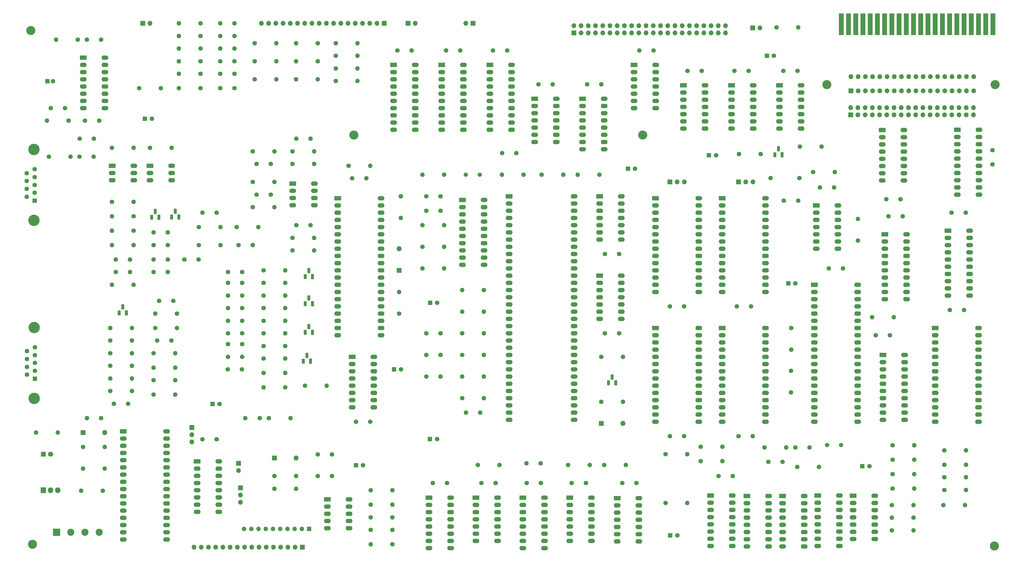
<source format=gbr>
%TF.GenerationSoftware,KiCad,Pcbnew,(6.0.6)*%
%TF.CreationDate,2022-12-13T17:17:02-06:00*%
%TF.ProjectId,Console,436f6e73-6f6c-4652-9e6b-696361645f70,V0.90*%
%TF.SameCoordinates,Original*%
%TF.FileFunction,Soldermask,Top*%
%TF.FilePolarity,Negative*%
%FSLAX46Y46*%
G04 Gerber Fmt 4.6, Leading zero omitted, Abs format (unit mm)*
G04 Created by KiCad (PCBNEW (6.0.6)) date 2022-12-13 17:17:02*
%MOMM*%
%LPD*%
G01*
G04 APERTURE LIST*
G04 Aperture macros list*
%AMRoundRect*
0 Rectangle with rounded corners*
0 $1 Rounding radius*
0 $2 $3 $4 $5 $6 $7 $8 $9 X,Y pos of 4 corners*
0 Add a 4 corners polygon primitive as box body*
4,1,4,$2,$3,$4,$5,$6,$7,$8,$9,$2,$3,0*
0 Add four circle primitives for the rounded corners*
1,1,$1+$1,$2,$3*
1,1,$1+$1,$4,$5*
1,1,$1+$1,$6,$7*
1,1,$1+$1,$8,$9*
0 Add four rect primitives between the rounded corners*
20,1,$1+$1,$2,$3,$4,$5,0*
20,1,$1+$1,$4,$5,$6,$7,0*
20,1,$1+$1,$6,$7,$8,$9,0*
20,1,$1+$1,$8,$9,$2,$3,0*%
G04 Aperture macros list end*
%ADD10C,1.600000*%
%ADD11O,1.600000X1.600000*%
%ADD12R,2.400000X1.600000*%
%ADD13O,2.400000X1.600000*%
%ADD14C,3.200000*%
%ADD15R,1.600000X1.600000*%
%ADD16R,1.800000X1.800000*%
%ADD17O,1.800000X1.800000*%
%ADD18C,4.000000*%
%ADD19C,1.500000*%
%ADD20R,1.700000X1.700000*%
%ADD21O,1.700000X1.700000*%
%ADD22R,1.100000X1.800000*%
%ADD23RoundRect,0.275000X-0.275000X-0.625000X0.275000X-0.625000X0.275000X0.625000X-0.275000X0.625000X0*%
%ADD24R,1.905000X2.000000*%
%ADD25O,1.905000X2.000000*%
%ADD26R,1.780000X7.620000*%
%ADD27R,2.500000X2.500000*%
%ADD28C,2.500000*%
%ADD29C,1.800000*%
G04 APERTURE END LIST*
D10*
%TO.C,R15*%
X150680000Y-207075000D03*
D11*
X158300000Y-207075000D03*
%TD*%
D10*
%TO.C,R14*%
X150680000Y-202630000D03*
D11*
X158300000Y-202630000D03*
%TD*%
D12*
%TO.C,U17*%
X225200000Y-59600000D03*
D13*
X225200000Y-62140000D03*
X225200000Y-64680000D03*
X225200000Y-67220000D03*
X225200000Y-69760000D03*
X225200000Y-72300000D03*
X225200000Y-74840000D03*
X225200000Y-77380000D03*
X232820000Y-77380000D03*
X232820000Y-74840000D03*
X232820000Y-72300000D03*
X232820000Y-69760000D03*
X232820000Y-67220000D03*
X232820000Y-64680000D03*
X232820000Y-62140000D03*
X232820000Y-59600000D03*
%TD*%
D10*
%TO.C,C86*%
X97790000Y-46355000D03*
X102790000Y-46355000D03*
%TD*%
%TO.C,R91*%
X352390000Y-197400000D03*
D11*
X360010000Y-197400000D03*
%TD*%
D12*
%TO.C,U11*%
X192566300Y-47620000D03*
D13*
X192566300Y-50160000D03*
X192566300Y-52700000D03*
X192566300Y-55240000D03*
X192566300Y-57780000D03*
X192566300Y-60320000D03*
X192566300Y-62860000D03*
X192566300Y-65400000D03*
X192566300Y-67940000D03*
X192566300Y-70480000D03*
X200186300Y-70480000D03*
X200186300Y-67940000D03*
X200186300Y-65400000D03*
X200186300Y-62860000D03*
X200186300Y-60320000D03*
X200186300Y-57780000D03*
X200186300Y-55240000D03*
X200186300Y-52700000D03*
X200186300Y-50160000D03*
X200186300Y-47620000D03*
%TD*%
D10*
%TO.C,R9*%
X231140000Y-86360000D03*
D11*
X223520000Y-86360000D03*
%TD*%
D10*
%TO.C,C43*%
X308650000Y-90805000D03*
X313650000Y-90805000D03*
%TD*%
D14*
%TO.C,H7*%
X370300000Y-54600000D03*
%TD*%
D10*
%TO.C,R20*%
X49530000Y-182245000D03*
D11*
X57150000Y-182245000D03*
%TD*%
D15*
%TO.C,C5*%
X171558600Y-131445000D03*
D10*
X174058600Y-131445000D03*
%TD*%
D12*
%TO.C,U40*%
X357000000Y-70475000D03*
D13*
X357000000Y-73015000D03*
X357000000Y-75555000D03*
X357000000Y-78095000D03*
X357000000Y-80635000D03*
X357000000Y-83175000D03*
X357000000Y-85715000D03*
X357000000Y-88255000D03*
X357000000Y-90795000D03*
X357000000Y-93335000D03*
X364620000Y-93335000D03*
X364620000Y-90795000D03*
X364620000Y-88255000D03*
X364620000Y-85715000D03*
X364620000Y-83175000D03*
X364620000Y-80635000D03*
X364620000Y-78095000D03*
X364620000Y-75555000D03*
X364620000Y-73015000D03*
X364620000Y-70475000D03*
%TD*%
D10*
%TO.C,C33*%
X50205000Y-67310000D03*
X55205000Y-67310000D03*
%TD*%
%TO.C,R18*%
X220085000Y-188650000D03*
D11*
X227705000Y-188650000D03*
%TD*%
D14*
%TO.C,H5*%
X31750000Y-216535000D03*
%TD*%
D10*
%TO.C,L18*%
X67310000Y-111125000D03*
D11*
X59690000Y-111125000D03*
%TD*%
D10*
%TO.C,C64*%
X91520000Y-99695000D03*
X96520000Y-99695000D03*
%TD*%
D12*
%TO.C,U8*%
X204200000Y-200130000D03*
D13*
X204200000Y-202670000D03*
X204200000Y-205210000D03*
X204200000Y-207750000D03*
X204200000Y-210290000D03*
X204200000Y-212830000D03*
X204200000Y-215370000D03*
X204200000Y-217910000D03*
X211820000Y-217910000D03*
X211820000Y-215370000D03*
X211820000Y-212830000D03*
X211820000Y-210290000D03*
X211820000Y-207750000D03*
X211820000Y-205210000D03*
X211820000Y-202670000D03*
X211820000Y-200130000D03*
%TD*%
D10*
%TO.C,C29*%
X160060000Y-42545000D03*
X165060000Y-42545000D03*
%TD*%
D16*
%TO.C,CR1*%
X49530000Y-177165000D03*
D17*
X57150000Y-177165000D03*
%TD*%
D12*
%TO.C,U35*%
X331480000Y-107320000D03*
D13*
X331480000Y-109860000D03*
X331480000Y-112400000D03*
X331480000Y-114940000D03*
X331480000Y-117480000D03*
X331480000Y-120020000D03*
X331480000Y-122560000D03*
X331480000Y-125100000D03*
X331480000Y-127640000D03*
X331480000Y-130180000D03*
X339100000Y-130180000D03*
X339100000Y-127640000D03*
X339100000Y-125100000D03*
X339100000Y-122560000D03*
X339100000Y-120020000D03*
X339100000Y-117480000D03*
X339100000Y-114940000D03*
X339100000Y-112400000D03*
X339100000Y-109860000D03*
X339100000Y-107320000D03*
%TD*%
D18*
%TO.C,J9*%
X32200000Y-77460000D03*
X32200000Y-102460000D03*
D15*
X32500000Y-95500000D03*
D10*
X32500000Y-92730000D03*
X32500000Y-89960000D03*
X32500000Y-87190000D03*
X32500000Y-84420000D03*
X29660000Y-94115000D03*
X29660000Y-91345000D03*
X29660000Y-88575000D03*
X29660000Y-85805000D03*
%TD*%
%TO.C,C4*%
X170220000Y-99060000D03*
X175220000Y-99060000D03*
%TD*%
%TO.C,C6*%
X170220000Y-142240000D03*
X175220000Y-142240000D03*
%TD*%
%TO.C,C25*%
X245150000Y-42545000D03*
X250150000Y-42545000D03*
%TD*%
%TO.C,R79*%
X138430000Y-48895000D03*
D11*
X146050000Y-48895000D03*
%TD*%
D19*
%TO.C,Y2*%
X311240000Y-181610000D03*
X316120000Y-181610000D03*
%TD*%
D20*
%TO.C,J7*%
X70485000Y-33020000D03*
D21*
X73025000Y-33020000D03*
%TD*%
D10*
%TO.C,R6*%
X190500000Y-127000000D03*
D11*
X182880000Y-127000000D03*
%TD*%
D10*
%TO.C,R62*%
X123190000Y-108585000D03*
D11*
X130810000Y-108585000D03*
%TD*%
D12*
%TO.C,U18*%
X294455000Y-54875000D03*
D13*
X294455000Y-57415000D03*
X294455000Y-59955000D03*
X294455000Y-62495000D03*
X294455000Y-65035000D03*
X294455000Y-67575000D03*
X294455000Y-70115000D03*
X302075000Y-70115000D03*
X302075000Y-67575000D03*
X302075000Y-65035000D03*
X302075000Y-62495000D03*
X302075000Y-59955000D03*
X302075000Y-57415000D03*
X302075000Y-54875000D03*
%TD*%
D10*
%TO.C,R61*%
X123190000Y-113030000D03*
D11*
X130810000Y-113030000D03*
%TD*%
D10*
%TO.C,C40*%
X172500000Y-195000000D03*
X177500000Y-195000000D03*
%TD*%
D12*
%TO.C,U23*%
X295500000Y-199520000D03*
D13*
X295500000Y-202060000D03*
X295500000Y-204600000D03*
X295500000Y-207140000D03*
X295500000Y-209680000D03*
X295500000Y-212220000D03*
X295500000Y-214760000D03*
X295500000Y-217300000D03*
X303120000Y-217300000D03*
X303120000Y-214760000D03*
X303120000Y-212220000D03*
X303120000Y-209680000D03*
X303120000Y-207140000D03*
X303120000Y-204600000D03*
X303120000Y-202060000D03*
X303120000Y-199520000D03*
%TD*%
D10*
%TO.C,R26*%
X232785000Y-188650000D03*
D11*
X240405000Y-188650000D03*
%TD*%
D10*
%TO.C,R57*%
X160655000Y-135255000D03*
D11*
X160655000Y-127635000D03*
%TD*%
D10*
%TO.C,R53*%
X90805000Y-41910000D03*
D11*
X83185000Y-41910000D03*
%TD*%
D12*
%TO.C,U14*%
X277546900Y-54875000D03*
D13*
X277546900Y-57415000D03*
X277546900Y-59955000D03*
X277546900Y-62495000D03*
X277546900Y-65035000D03*
X277546900Y-67575000D03*
X277546900Y-70115000D03*
X285166900Y-70115000D03*
X285166900Y-67575000D03*
X285166900Y-65035000D03*
X285166900Y-62495000D03*
X285166900Y-59955000D03*
X285166900Y-57415000D03*
X285166900Y-54875000D03*
%TD*%
D10*
%TO.C,C51*%
X273000000Y-192500000D03*
X278000000Y-192500000D03*
%TD*%
D15*
%TO.C,C52*%
X36944900Y-53400000D03*
D10*
X38944900Y-53400000D03*
%TD*%
%TO.C,R96*%
X352390000Y-188510000D03*
D11*
X360010000Y-188510000D03*
%TD*%
D10*
%TO.C,C32*%
X255905000Y-178435000D03*
X260905000Y-178435000D03*
%TD*%
%TO.C,C54*%
X43140000Y-62865000D03*
X38140000Y-62865000D03*
%TD*%
%TO.C,R75*%
X138430000Y-40005000D03*
D11*
X146050000Y-40005000D03*
%TD*%
D10*
%TO.C,R17*%
X188335000Y-188650000D03*
D11*
X195955000Y-188650000D03*
%TD*%
D10*
%TO.C,R84*%
X333980000Y-202755000D03*
D11*
X341600000Y-202755000D03*
%TD*%
D15*
%TO.C,C20*%
X256008600Y-213465000D03*
D10*
X258508600Y-213465000D03*
%TD*%
D16*
%TO.C,CR4*%
X160655000Y-120015000D03*
D17*
X160655000Y-112395000D03*
%TD*%
D20*
%TO.C,J11*%
X155375000Y-33000000D03*
D21*
X152835000Y-33000000D03*
X150295000Y-33000000D03*
X147755000Y-33000000D03*
X145215000Y-33000000D03*
X142675000Y-33000000D03*
X140135000Y-33000000D03*
X137595000Y-33000000D03*
X135055000Y-33000000D03*
X132515000Y-33000000D03*
X129975000Y-33000000D03*
X127435000Y-33000000D03*
X124895000Y-33000000D03*
X122355000Y-33000000D03*
X119815000Y-33000000D03*
X117275000Y-33000000D03*
X114735000Y-33000000D03*
X112195000Y-33000000D03*
%TD*%
D12*
%TO.C,SW1*%
X135445000Y-200730000D03*
D13*
X135445000Y-203270000D03*
X135445000Y-205810000D03*
X135445000Y-208350000D03*
X135445000Y-210890000D03*
X143065000Y-210890000D03*
X143065000Y-208350000D03*
X143065000Y-205810000D03*
X143065000Y-203270000D03*
X143065000Y-200730000D03*
%TD*%
D10*
%TO.C,R55*%
X90805000Y-50800000D03*
D11*
X83185000Y-50800000D03*
%TD*%
D10*
%TO.C,C11*%
X184190000Y-170180000D03*
X189190000Y-170180000D03*
%TD*%
D12*
%TO.C,U7*%
X237370000Y-200265000D03*
D13*
X237370000Y-202805000D03*
X237370000Y-205345000D03*
X237370000Y-207885000D03*
X237370000Y-210425000D03*
X237370000Y-212965000D03*
X237370000Y-215505000D03*
X244990000Y-215505000D03*
X244990000Y-212965000D03*
X244990000Y-210425000D03*
X244990000Y-207885000D03*
X244990000Y-205345000D03*
X244990000Y-202805000D03*
X244990000Y-200265000D03*
%TD*%
D10*
%TO.C,R83*%
X59055000Y-144780000D03*
D11*
X66675000Y-144780000D03*
%TD*%
D14*
%TO.C,H3*%
X31115000Y-35560000D03*
%TD*%
D10*
%TO.C,R46*%
X113030000Y-146685000D03*
D11*
X120650000Y-146685000D03*
%TD*%
D10*
%TO.C,C72*%
X105410000Y-154940000D03*
X100410000Y-154940000D03*
%TD*%
%TO.C,C34*%
X369400000Y-82700000D03*
X369400000Y-77700000D03*
%TD*%
%TO.C,C63*%
X104180000Y-111125000D03*
X109180000Y-111125000D03*
%TD*%
%TO.C,C2*%
X170220000Y-93980000D03*
X175220000Y-93980000D03*
%TD*%
%TO.C,R97*%
X334200000Y-196940000D03*
D11*
X341820000Y-196940000D03*
%TD*%
D10*
%TO.C,L5*%
X57150000Y-189865000D03*
D11*
X49530000Y-189865000D03*
%TD*%
D10*
%TO.C,R13*%
X254375000Y-201985000D03*
D11*
X261995000Y-201985000D03*
%TD*%
D10*
%TO.C,L13*%
X109855000Y-52705000D03*
D11*
X117475000Y-52705000D03*
%TD*%
D10*
%TO.C,R35*%
X90210000Y-111125000D03*
D11*
X97830000Y-111125000D03*
%TD*%
D10*
%TO.C,C19*%
X50840000Y-172085000D03*
X55840000Y-172085000D03*
%TD*%
D20*
%TO.C,SW2*%
X104225000Y-188000000D03*
D21*
X104225000Y-190540000D03*
%TD*%
D10*
%TO.C,C1*%
X175220000Y-149860000D03*
X170220000Y-149860000D03*
%TD*%
%TO.C,C82*%
X97790000Y-50800000D03*
X102790000Y-50800000D03*
%TD*%
%TO.C,R77*%
X138430000Y-44450000D03*
D11*
X146050000Y-44450000D03*
%TD*%
D12*
%TO.C,U6*%
X220720000Y-200130000D03*
D13*
X220720000Y-202670000D03*
X220720000Y-205210000D03*
X220720000Y-207750000D03*
X220720000Y-210290000D03*
X220720000Y-212830000D03*
X220720000Y-215370000D03*
X228340000Y-215370000D03*
X228340000Y-212830000D03*
X228340000Y-210290000D03*
X228340000Y-207750000D03*
X228340000Y-205210000D03*
X228340000Y-202670000D03*
X228340000Y-200130000D03*
%TD*%
D10*
%TO.C,L15*%
X109855000Y-40005000D03*
D11*
X117475000Y-40005000D03*
%TD*%
D12*
%TO.C,U21*%
X123200000Y-89500000D03*
D13*
X123200000Y-92040000D03*
X123200000Y-94580000D03*
X123200000Y-97120000D03*
X130820000Y-97120000D03*
X130820000Y-94580000D03*
X130820000Y-92040000D03*
X130820000Y-89500000D03*
%TD*%
D10*
%TO.C,C44*%
X311785000Y-119380000D03*
X316785000Y-119380000D03*
%TD*%
%TO.C,C87*%
X97790000Y-55880000D03*
X102790000Y-55880000D03*
%TD*%
D12*
%TO.C,U16*%
X243290600Y-47620000D03*
D13*
X243290600Y-50160000D03*
X243290600Y-52700000D03*
X243290600Y-55240000D03*
X243290600Y-57780000D03*
X243290600Y-60320000D03*
X243290600Y-62860000D03*
X250910600Y-62860000D03*
X250910600Y-60320000D03*
X250910600Y-57780000D03*
X250910600Y-55240000D03*
X250910600Y-52700000D03*
X250910600Y-50160000D03*
X250910600Y-47620000D03*
%TD*%
D10*
%TO.C,C7*%
X132070000Y-184935000D03*
X137070000Y-184935000D03*
%TD*%
%TO.C,R44*%
X113030000Y-137795000D03*
D11*
X120650000Y-137795000D03*
%TD*%
D12*
%TO.C,U29*%
X274315000Y-94600000D03*
D13*
X274315000Y-97140000D03*
X274315000Y-99680000D03*
X274315000Y-102220000D03*
X274315000Y-104760000D03*
X274315000Y-107300000D03*
X274315000Y-109840000D03*
X274315000Y-112380000D03*
X274315000Y-114920000D03*
X274315000Y-117460000D03*
X274315000Y-120000000D03*
X274315000Y-122540000D03*
X274315000Y-125080000D03*
X274315000Y-127620000D03*
X289555000Y-127620000D03*
X289555000Y-125080000D03*
X289555000Y-122540000D03*
X289555000Y-120000000D03*
X289555000Y-117460000D03*
X289555000Y-114920000D03*
X289555000Y-112380000D03*
X289555000Y-109840000D03*
X289555000Y-107300000D03*
X289555000Y-104760000D03*
X289555000Y-102220000D03*
X289555000Y-99680000D03*
X289555000Y-97140000D03*
X289555000Y-94600000D03*
%TD*%
D10*
%TO.C,R93*%
X266790000Y-187300000D03*
D11*
X274410000Y-187300000D03*
%TD*%
D10*
%TO.C,C47*%
X233085000Y-114300000D03*
X238085000Y-114300000D03*
%TD*%
%TO.C,R42*%
X113030000Y-128905000D03*
D11*
X120650000Y-128905000D03*
%TD*%
D15*
%TO.C,C18*%
X241138600Y-84200000D03*
D10*
X243638600Y-84200000D03*
%TD*%
%TO.C,R49*%
X123190000Y-82550000D03*
D11*
X130810000Y-82550000D03*
%TD*%
D10*
%TO.C,C42*%
X280075000Y-178435000D03*
X285075000Y-178435000D03*
%TD*%
%TO.C,R16*%
X150680000Y-211520000D03*
D11*
X158300000Y-211520000D03*
%TD*%
D12*
%TO.C,U24*%
X283000000Y-199520000D03*
D13*
X283000000Y-202060000D03*
X283000000Y-204600000D03*
X283000000Y-207140000D03*
X283000000Y-209680000D03*
X283000000Y-212220000D03*
X283000000Y-214760000D03*
X283000000Y-217300000D03*
X290620000Y-217300000D03*
X290620000Y-214760000D03*
X290620000Y-212220000D03*
X290620000Y-209680000D03*
X290620000Y-207140000D03*
X290620000Y-204600000D03*
X290620000Y-202060000D03*
X290620000Y-199520000D03*
%TD*%
D10*
%TO.C,R48*%
X113030000Y-156210000D03*
D11*
X120650000Y-156210000D03*
%TD*%
D10*
%TO.C,R40*%
X113030000Y-120015000D03*
D11*
X120650000Y-120015000D03*
%TD*%
D10*
%TO.C,R85*%
X341600000Y-207200000D03*
D11*
X333980000Y-207200000D03*
%TD*%
D10*
%TO.C,C13*%
X295755000Y-49800000D03*
X300755000Y-49800000D03*
%TD*%
D12*
%TO.C,U1*%
X182890000Y-95255000D03*
D13*
X182890000Y-97795000D03*
X182890000Y-100335000D03*
X182890000Y-102875000D03*
X182890000Y-105415000D03*
X182890000Y-107955000D03*
X182890000Y-110495000D03*
X182890000Y-113035000D03*
X182890000Y-115575000D03*
X182890000Y-118115000D03*
X190510000Y-118115000D03*
X190510000Y-115575000D03*
X190510000Y-113035000D03*
X190510000Y-110495000D03*
X190510000Y-107955000D03*
X190510000Y-105415000D03*
X190510000Y-102875000D03*
X190510000Y-100335000D03*
X190510000Y-97795000D03*
X190510000Y-95255000D03*
%TD*%
D10*
%TO.C,R2*%
X204470000Y-86360000D03*
D11*
X196850000Y-86360000D03*
%TD*%
D10*
%TO.C,L11*%
X327025000Y-136525000D03*
D11*
X334645000Y-136525000D03*
%TD*%
D10*
%TO.C,R71*%
X74295000Y-154305000D03*
D11*
X81915000Y-154305000D03*
%TD*%
D10*
%TO.C,R4*%
X182880000Y-134620000D03*
D11*
X190500000Y-134620000D03*
%TD*%
D10*
%TO.C,R67*%
X59055000Y-158115000D03*
D11*
X66675000Y-158115000D03*
%TD*%
D10*
%TO.C,R60*%
X109220000Y-88900000D03*
D11*
X116840000Y-88900000D03*
%TD*%
D14*
%TO.C,H1*%
X370000000Y-217170000D03*
%TD*%
D10*
%TO.C,C61*%
X296000000Y-95500000D03*
X301000000Y-95500000D03*
%TD*%
D14*
%TO.C,H6*%
X311126400Y-54610000D03*
%TD*%
D10*
%TO.C,R70*%
X69215000Y-55880000D03*
D11*
X76835000Y-55880000D03*
%TD*%
D12*
%TO.C,U9*%
X187680000Y-200130000D03*
D13*
X187680000Y-202670000D03*
X187680000Y-205210000D03*
X187680000Y-207750000D03*
X187680000Y-210290000D03*
X187680000Y-212830000D03*
X187680000Y-215370000D03*
X195300000Y-215370000D03*
X195300000Y-212830000D03*
X195300000Y-210290000D03*
X195300000Y-207750000D03*
X195300000Y-205210000D03*
X195300000Y-202670000D03*
X195300000Y-200130000D03*
%TD*%
D10*
%TO.C,C79*%
X61000000Y-116205000D03*
X66000000Y-116205000D03*
%TD*%
D22*
%TO.C,Q9*%
X73660000Y-101365000D03*
D23*
X74930000Y-99295000D03*
X76200000Y-101365000D03*
%TD*%
D24*
%TO.C,U19*%
X35560000Y-197485000D03*
D25*
X38100000Y-197485000D03*
X40640000Y-197485000D03*
%TD*%
D10*
%TO.C,R59*%
X59690000Y-125095000D03*
D11*
X67310000Y-125095000D03*
%TD*%
D10*
%TO.C,R45*%
X113030000Y-142240000D03*
D11*
X120650000Y-142240000D03*
%TD*%
D10*
%TO.C,C85*%
X97790000Y-37465000D03*
X102790000Y-37465000D03*
%TD*%
%TO.C,L2*%
X182880000Y-149860000D03*
D11*
X190500000Y-149860000D03*
%TD*%
D10*
%TO.C,R56*%
X90805000Y-55880000D03*
D11*
X83185000Y-55880000D03*
%TD*%
D12*
%TO.C,U32*%
X330845000Y-149865000D03*
D13*
X330845000Y-152405000D03*
X330845000Y-154945000D03*
X330845000Y-157485000D03*
X330845000Y-160025000D03*
X330845000Y-162565000D03*
X330845000Y-165105000D03*
X330845000Y-167645000D03*
X330845000Y-170185000D03*
X330845000Y-172725000D03*
X338465000Y-172725000D03*
X338465000Y-170185000D03*
X338465000Y-167645000D03*
X338465000Y-165105000D03*
X338465000Y-162565000D03*
X338465000Y-160025000D03*
X338465000Y-157485000D03*
X338465000Y-154945000D03*
X338465000Y-152405000D03*
X338465000Y-149865000D03*
%TD*%
D10*
%TO.C,C65*%
X150495000Y-173355000D03*
X145495000Y-173355000D03*
%TD*%
D20*
%TO.C,J12*%
X222125000Y-36375000D03*
D21*
X222125000Y-33835000D03*
X224665000Y-36375000D03*
X224665000Y-33835000D03*
X227205000Y-36375000D03*
X227205000Y-33835000D03*
X229745000Y-36375000D03*
X229745000Y-33835000D03*
X232285000Y-36375000D03*
X232285000Y-33835000D03*
X234825000Y-36375000D03*
X234825000Y-33835000D03*
X237365000Y-36375000D03*
X237365000Y-33835000D03*
X239905000Y-36375000D03*
X239905000Y-33835000D03*
X242445000Y-36375000D03*
X242445000Y-33835000D03*
X244985000Y-36375000D03*
X244985000Y-33835000D03*
X247525000Y-36375000D03*
X247525000Y-33835000D03*
X250065000Y-36375000D03*
X250065000Y-33835000D03*
X252605000Y-36375000D03*
X252605000Y-33835000D03*
X255145000Y-36375000D03*
X255145000Y-33835000D03*
X257685000Y-36375000D03*
X257685000Y-33835000D03*
X260225000Y-36375000D03*
X260225000Y-33835000D03*
X262765000Y-36375000D03*
X262765000Y-33835000D03*
X265305000Y-36375000D03*
X265305000Y-33835000D03*
X267845000Y-36375000D03*
X267845000Y-33835000D03*
X270385000Y-36375000D03*
X270385000Y-33835000D03*
X272925000Y-36375000D03*
X272925000Y-33835000D03*
X275465000Y-36375000D03*
X275465000Y-33835000D03*
%TD*%
D10*
%TO.C,C71*%
X105490000Y-133350000D03*
X100490000Y-133350000D03*
%TD*%
%TO.C,L12*%
X132080000Y-40005000D03*
D11*
X124460000Y-40005000D03*
%TD*%
D10*
%TO.C,R58*%
X109220000Y-97790000D03*
D11*
X116840000Y-97790000D03*
%TD*%
D15*
%TO.C,C58*%
X290000000Y-44400000D03*
D10*
X292500000Y-44400000D03*
%TD*%
%TO.C,L4*%
X182880000Y-142240000D03*
D11*
X190500000Y-142240000D03*
%TD*%
D12*
%TO.C,U44*%
X63600000Y-176800000D03*
D13*
X63600000Y-179340000D03*
X63600000Y-181880000D03*
X63600000Y-184420000D03*
X63600000Y-186960000D03*
X63600000Y-189500000D03*
X63600000Y-192040000D03*
X63600000Y-194580000D03*
X63600000Y-197120000D03*
X63600000Y-199660000D03*
X63600000Y-202200000D03*
X63600000Y-204740000D03*
X63600000Y-207280000D03*
X63600000Y-209820000D03*
X63600000Y-212360000D03*
X63600000Y-214900000D03*
X78840000Y-214900000D03*
X78840000Y-212360000D03*
X78840000Y-209820000D03*
X78840000Y-207280000D03*
X78840000Y-204740000D03*
X78840000Y-202200000D03*
X78840000Y-199660000D03*
X78840000Y-197120000D03*
X78840000Y-194580000D03*
X78840000Y-192040000D03*
X78840000Y-189500000D03*
X78840000Y-186960000D03*
X78840000Y-184420000D03*
X78840000Y-181880000D03*
X78840000Y-179340000D03*
X78840000Y-176800000D03*
%TD*%
D12*
%TO.C,U2*%
X199390000Y-93980000D03*
D13*
X199390000Y-96520000D03*
X199390000Y-99060000D03*
X199390000Y-101600000D03*
X199390000Y-104140000D03*
X199390000Y-106680000D03*
X199390000Y-109220000D03*
X199390000Y-111760000D03*
X199390000Y-114300000D03*
X199390000Y-116840000D03*
X199390000Y-119380000D03*
X199390000Y-121920000D03*
X199390000Y-124460000D03*
X199390000Y-127000000D03*
X199390000Y-129540000D03*
X199390000Y-132080000D03*
X199390000Y-134620000D03*
X199390000Y-137160000D03*
X199390000Y-139700000D03*
X199390000Y-142240000D03*
X199390000Y-144780000D03*
X199390000Y-147320000D03*
X199390000Y-149860000D03*
X199390000Y-152400000D03*
X199390000Y-154940000D03*
X199390000Y-157480000D03*
X199390000Y-160020000D03*
X199390000Y-162560000D03*
X199390000Y-165100000D03*
X199390000Y-167640000D03*
X199390000Y-170180000D03*
X199390000Y-172720000D03*
X222250000Y-172720000D03*
X222250000Y-170180000D03*
X222250000Y-167640000D03*
X222250000Y-165100000D03*
X222250000Y-162560000D03*
X222250000Y-160020000D03*
X222250000Y-157480000D03*
X222250000Y-154940000D03*
X222250000Y-152400000D03*
X222250000Y-149860000D03*
X222250000Y-147320000D03*
X222250000Y-144780000D03*
X222250000Y-142240000D03*
X222250000Y-139700000D03*
X222250000Y-137160000D03*
X222250000Y-134620000D03*
X222250000Y-132080000D03*
X222250000Y-129540000D03*
X222250000Y-127000000D03*
X222250000Y-124460000D03*
X222250000Y-121920000D03*
X222250000Y-119380000D03*
X222250000Y-116840000D03*
X222250000Y-114300000D03*
X222250000Y-111760000D03*
X222250000Y-109220000D03*
X222250000Y-106680000D03*
X222250000Y-104140000D03*
X222250000Y-101600000D03*
X222250000Y-99060000D03*
X222250000Y-96520000D03*
X222250000Y-93980000D03*
%TD*%
D12*
%TO.C,U10*%
X208291900Y-59600000D03*
D13*
X208291900Y-62140000D03*
X208291900Y-64680000D03*
X208291900Y-67220000D03*
X208291900Y-69760000D03*
X208291900Y-72300000D03*
X208291900Y-74840000D03*
X215911900Y-74840000D03*
X215911900Y-72300000D03*
X215911900Y-69760000D03*
X215911900Y-67220000D03*
X215911900Y-64680000D03*
X215911900Y-62140000D03*
X215911900Y-59600000D03*
%TD*%
D10*
%TO.C,R27*%
X47625000Y-38735000D03*
D11*
X40005000Y-38735000D03*
%TD*%
D10*
%TO.C,L1*%
X176530000Y-86360000D03*
D11*
X168910000Y-86360000D03*
%TD*%
D10*
%TO.C,R30*%
X306290000Y-85400000D03*
D11*
X313910000Y-85400000D03*
%TD*%
D22*
%TO.C,Q1*%
X234315000Y-159670000D03*
D23*
X235585000Y-157600000D03*
X236855000Y-159670000D03*
%TD*%
D22*
%TO.C,Q2*%
X292800000Y-79300000D03*
D23*
X294070000Y-77230000D03*
X295340000Y-79300000D03*
%TD*%
D14*
%TO.C,H2*%
X246380000Y-72390000D03*
%TD*%
D10*
%TO.C,R99*%
X334200000Y-181700000D03*
D11*
X341820000Y-181700000D03*
%TD*%
D10*
%TO.C,C35*%
X209677500Y-54525000D03*
X214677500Y-54525000D03*
%TD*%
%TO.C,R22*%
X231775000Y-166370000D03*
D11*
X239395000Y-166370000D03*
%TD*%
D10*
%TO.C,C91*%
X61000000Y-120650000D03*
X66000000Y-120650000D03*
%TD*%
D26*
%TO.C,J13*%
X369540000Y-33347500D03*
X367000000Y-33347500D03*
X364460000Y-33347500D03*
X361920000Y-33347500D03*
X359380000Y-33347500D03*
X356840000Y-33347500D03*
X354300000Y-33347500D03*
X351760000Y-33347500D03*
X349220000Y-33347500D03*
X346680000Y-33347500D03*
X344140000Y-33347500D03*
X341600000Y-33347500D03*
X339060000Y-33347500D03*
X336520000Y-33347500D03*
X333980000Y-33347500D03*
X331440000Y-33347500D03*
X328900000Y-33347500D03*
X326360000Y-33347500D03*
X323820000Y-33347500D03*
X321280000Y-33347500D03*
X318740000Y-33347500D03*
X316200000Y-33347500D03*
%TD*%
D10*
%TO.C,C38*%
X354370000Y-133985000D03*
X359370000Y-133985000D03*
%TD*%
%TO.C,R74*%
X59690000Y-76835000D03*
D11*
X67310000Y-76835000D03*
%TD*%
D10*
%TO.C,R63*%
X59055000Y-149225000D03*
D11*
X66675000Y-149225000D03*
%TD*%
D10*
%TO.C,C55*%
X300035000Y-182400000D03*
X305035000Y-182400000D03*
%TD*%
%TO.C,R3*%
X182880000Y-157480000D03*
D11*
X190500000Y-157480000D03*
%TD*%
D10*
%TO.C,C69*%
X110530000Y-82550000D03*
X115530000Y-82550000D03*
%TD*%
%TO.C,R94*%
X293400000Y-34400000D03*
D11*
X301020000Y-34400000D03*
%TD*%
D10*
%TO.C,C53*%
X50840000Y-38735000D03*
X55840000Y-38735000D03*
%TD*%
D12*
%TO.C,U15*%
X260638800Y-54875000D03*
D13*
X260638800Y-57415000D03*
X260638800Y-59955000D03*
X260638800Y-62495000D03*
X260638800Y-65035000D03*
X260638800Y-67575000D03*
X260638800Y-70115000D03*
X268258800Y-70115000D03*
X268258800Y-67575000D03*
X268258800Y-65035000D03*
X268258800Y-62495000D03*
X268258800Y-59955000D03*
X268258800Y-57415000D03*
X268258800Y-54875000D03*
%TD*%
D19*
%TO.C,Y1*%
X184150000Y-86360000D03*
X189030000Y-86360000D03*
%TD*%
D10*
%TO.C,R50*%
X123190000Y-78105000D03*
D11*
X130810000Y-78105000D03*
%TD*%
D10*
%TO.C,R36*%
X103545000Y-104775000D03*
D11*
X111165000Y-104775000D03*
%TD*%
D10*
%TO.C,C83*%
X124500000Y-104140000D03*
X129500000Y-104140000D03*
%TD*%
D20*
%TO.C,J16*%
X87750000Y-175450000D03*
D21*
X87750000Y-177990000D03*
X87750000Y-180530000D03*
%TD*%
D10*
%TO.C,L3*%
X168910000Y-119380000D03*
D11*
X176530000Y-119380000D03*
%TD*%
D10*
%TO.C,C22*%
X355005000Y-99695000D03*
X360005000Y-99695000D03*
%TD*%
D22*
%TO.C,Q4*%
X127000000Y-152050000D03*
D23*
X128270000Y-149980000D03*
X129540000Y-152050000D03*
%TD*%
D10*
%TO.C,R78*%
X74930000Y-140335000D03*
D11*
X82550000Y-140335000D03*
%TD*%
D10*
%TO.C,R7*%
X168910000Y-111760000D03*
D11*
X176530000Y-111760000D03*
%TD*%
D10*
%TO.C,R88*%
X300690000Y-189300000D03*
D11*
X308310000Y-189300000D03*
%TD*%
D20*
%TO.C,J5*%
X255905000Y-88900000D03*
D21*
X258445000Y-88900000D03*
X260985000Y-88900000D03*
%TD*%
D10*
%TO.C,R69*%
X59055000Y-162560000D03*
D11*
X66675000Y-162560000D03*
%TD*%
D20*
%TO.C,J4*%
X126650000Y-217600000D03*
D21*
X124110000Y-217600000D03*
X121570000Y-217600000D03*
X119030000Y-217600000D03*
X116490000Y-217600000D03*
X113950000Y-217600000D03*
X111410000Y-217600000D03*
X108870000Y-217600000D03*
X106330000Y-217600000D03*
X103790000Y-217600000D03*
X101250000Y-217600000D03*
X98710000Y-217600000D03*
X96170000Y-217600000D03*
X93630000Y-217600000D03*
X91090000Y-217600000D03*
X88550000Y-217600000D03*
%TD*%
D10*
%TO.C,R64*%
X74295000Y-163830000D03*
D11*
X81915000Y-163830000D03*
%TD*%
D20*
%TO.C,J8*%
X285000000Y-34600000D03*
D21*
X287540000Y-34600000D03*
%TD*%
D10*
%TO.C,C88*%
X74335000Y-111125000D03*
X79335000Y-111125000D03*
%TD*%
D12*
%TO.C,U27*%
X250820000Y-94600000D03*
D13*
X250820000Y-97140000D03*
X250820000Y-99680000D03*
X250820000Y-102220000D03*
X250820000Y-104760000D03*
X250820000Y-107300000D03*
X250820000Y-109840000D03*
X250820000Y-112380000D03*
X250820000Y-114920000D03*
X250820000Y-117460000D03*
X250820000Y-120000000D03*
X250820000Y-122540000D03*
X250820000Y-125080000D03*
X250820000Y-127620000D03*
X266060000Y-127620000D03*
X266060000Y-125080000D03*
X266060000Y-122540000D03*
X266060000Y-120000000D03*
X266060000Y-117460000D03*
X266060000Y-114920000D03*
X266060000Y-112380000D03*
X266060000Y-109840000D03*
X266060000Y-107300000D03*
X266060000Y-104760000D03*
X266060000Y-102220000D03*
X266060000Y-99680000D03*
X266060000Y-97140000D03*
X266060000Y-94600000D03*
%TD*%
D10*
%TO.C,C45*%
X205520000Y-195000000D03*
X210520000Y-195000000D03*
%TD*%
%TO.C,L8*%
X254375000Y-184840000D03*
D11*
X261995000Y-184840000D03*
%TD*%
D10*
%TO.C,C94*%
X74335000Y-120650000D03*
X79335000Y-120650000D03*
%TD*%
%TO.C,R11*%
X158300000Y-216600000D03*
D11*
X150680000Y-216600000D03*
%TD*%
D10*
%TO.C,R31*%
X301590000Y-76400000D03*
D11*
X309210000Y-76400000D03*
%TD*%
D10*
%TO.C,C41*%
X221395000Y-195000000D03*
X226395000Y-195000000D03*
%TD*%
%TO.C,C36*%
X279440000Y-132715000D03*
X284440000Y-132715000D03*
%TD*%
%TO.C,C14*%
X283610000Y-49800000D03*
X278610000Y-49800000D03*
%TD*%
D22*
%TO.C,Q8*%
X80645000Y-101250000D03*
D23*
X81915000Y-99180000D03*
X83185000Y-101250000D03*
%TD*%
D10*
%TO.C,C31*%
X132070000Y-192555000D03*
X137070000Y-192555000D03*
%TD*%
%TO.C,C37*%
X189605000Y-195000000D03*
X194605000Y-195000000D03*
%TD*%
D12*
%TO.C,U31*%
X306705000Y-125095000D03*
D13*
X306705000Y-127635000D03*
X306705000Y-130175000D03*
X306705000Y-132715000D03*
X306705000Y-135255000D03*
X306705000Y-137795000D03*
X306705000Y-140335000D03*
X306705000Y-142875000D03*
X306705000Y-145415000D03*
X306705000Y-147955000D03*
X306705000Y-150495000D03*
X306705000Y-153035000D03*
X306705000Y-155575000D03*
X306705000Y-158115000D03*
X306705000Y-160655000D03*
X306705000Y-163195000D03*
X306705000Y-165735000D03*
X306705000Y-168275000D03*
X306705000Y-170815000D03*
X306705000Y-173355000D03*
X321945000Y-173355000D03*
X321945000Y-170815000D03*
X321945000Y-168275000D03*
X321945000Y-165735000D03*
X321945000Y-163195000D03*
X321945000Y-160655000D03*
X321945000Y-158115000D03*
X321945000Y-155575000D03*
X321945000Y-153035000D03*
X321945000Y-150495000D03*
X321945000Y-147955000D03*
X321945000Y-145415000D03*
X321945000Y-142875000D03*
X321945000Y-140335000D03*
X321945000Y-137795000D03*
X321945000Y-135255000D03*
X321945000Y-132715000D03*
X321945000Y-130175000D03*
X321945000Y-127635000D03*
X321945000Y-125095000D03*
%TD*%
D10*
%TO.C,L9*%
X298500000Y-163010000D03*
D11*
X298500000Y-155390000D03*
%TD*%
D12*
%TO.C,U4*%
X231150000Y-121915000D03*
D13*
X231150000Y-124455000D03*
X231150000Y-126995000D03*
X231150000Y-129535000D03*
X231150000Y-132075000D03*
X231150000Y-134615000D03*
X231150000Y-137155000D03*
X238770000Y-137155000D03*
X238770000Y-134615000D03*
X238770000Y-132075000D03*
X238770000Y-129535000D03*
X238770000Y-126995000D03*
X238770000Y-124455000D03*
X238770000Y-121915000D03*
%TD*%
D10*
%TO.C,C30*%
X193715000Y-42545000D03*
X198715000Y-42545000D03*
%TD*%
%TO.C,R76*%
X82550000Y-135255000D03*
D11*
X74930000Y-135255000D03*
%TD*%
D10*
%TO.C,C68*%
X110530000Y-93345000D03*
X115530000Y-93345000D03*
%TD*%
D22*
%TO.C,Q6*%
X127635000Y-141890000D03*
D23*
X128905000Y-139820000D03*
X130175000Y-141890000D03*
%TD*%
D12*
%TO.C,U22*%
X307350000Y-97150000D03*
D13*
X307350000Y-99690000D03*
X307350000Y-102230000D03*
X307350000Y-104770000D03*
X307350000Y-107310000D03*
X307350000Y-109850000D03*
X307350000Y-112390000D03*
X314970000Y-112390000D03*
X314970000Y-109850000D03*
X314970000Y-107310000D03*
X314970000Y-104770000D03*
X314970000Y-102230000D03*
X314970000Y-99690000D03*
X314970000Y-97150000D03*
%TD*%
D10*
%TO.C,C50*%
X91525000Y-179575000D03*
X96525000Y-179575000D03*
%TD*%
D12*
%TO.C,U30*%
X49540000Y-45075000D03*
D13*
X49540000Y-47615000D03*
X49540000Y-50155000D03*
X49540000Y-52695000D03*
X49540000Y-55235000D03*
X49540000Y-57775000D03*
X49540000Y-60315000D03*
X49540000Y-62855000D03*
X57160000Y-62855000D03*
X57160000Y-60315000D03*
X57160000Y-57775000D03*
X57160000Y-55235000D03*
X57160000Y-52695000D03*
X57160000Y-50155000D03*
X57160000Y-47615000D03*
X57160000Y-45075000D03*
%TD*%
D10*
%TO.C,C39*%
X233045000Y-142240000D03*
X238045000Y-142240000D03*
%TD*%
D15*
%TO.C,C21*%
X95038600Y-167100000D03*
D10*
X97538600Y-167100000D03*
%TD*%
%TO.C,C27*%
X239175000Y-195000000D03*
X244175000Y-195000000D03*
%TD*%
%TO.C,C66*%
X76240000Y-130810000D03*
X81240000Y-130810000D03*
%TD*%
%TO.C,R28*%
X289200000Y-182400000D03*
D11*
X296820000Y-182400000D03*
%TD*%
D20*
%TO.C,J6*%
X280035000Y-88900000D03*
D21*
X282575000Y-88900000D03*
X285115000Y-88900000D03*
%TD*%
D12*
%TO.C,U20*%
X320300000Y-199475000D03*
D13*
X320300000Y-202015000D03*
X320300000Y-204555000D03*
X320300000Y-207095000D03*
X320300000Y-209635000D03*
X320300000Y-212175000D03*
X320300000Y-214715000D03*
X327920000Y-214715000D03*
X327920000Y-212175000D03*
X327920000Y-209635000D03*
X327920000Y-207095000D03*
X327920000Y-204555000D03*
X327920000Y-202015000D03*
X327920000Y-199475000D03*
%TD*%
D10*
%TO.C,R34*%
X161290000Y-93980000D03*
D11*
X161290000Y-101600000D03*
%TD*%
D10*
%TO.C,R81*%
X37465000Y-80010000D03*
D11*
X45085000Y-80010000D03*
%TD*%
D27*
%TO.C,J3*%
X40200000Y-212300000D03*
D28*
X45200000Y-212300000D03*
X50200000Y-212300000D03*
X55200000Y-212300000D03*
%TD*%
D10*
%TO.C,R54*%
X90805000Y-46355000D03*
D11*
X83185000Y-46355000D03*
%TD*%
D10*
%TO.C,C56*%
X290510000Y-187480000D03*
X295510000Y-187480000D03*
%TD*%
%TO.C,R65*%
X59055000Y-153670000D03*
D11*
X66675000Y-153670000D03*
%TD*%
D10*
%TO.C,R25*%
X116790000Y-197000000D03*
D11*
X124410000Y-197000000D03*
%TD*%
D12*
%TO.C,U25*%
X270200000Y-199360000D03*
D13*
X270200000Y-201900000D03*
X270200000Y-204440000D03*
X270200000Y-206980000D03*
X270200000Y-209520000D03*
X270200000Y-212060000D03*
X270200000Y-214600000D03*
X270200000Y-217140000D03*
X277820000Y-217140000D03*
X277820000Y-214600000D03*
X277820000Y-212060000D03*
X277820000Y-209520000D03*
X277820000Y-206980000D03*
X277820000Y-204440000D03*
X277820000Y-201900000D03*
X277820000Y-199360000D03*
%TD*%
D10*
%TO.C,R87*%
X352090000Y-202800000D03*
D11*
X359710000Y-202800000D03*
%TD*%
D10*
%TO.C,R29*%
X322000000Y-109510000D03*
D11*
X322000000Y-101890000D03*
%TD*%
D10*
%TO.C,R51*%
X90805000Y-33020000D03*
D11*
X83185000Y-33020000D03*
%TD*%
D10*
%TO.C,C12*%
X205480000Y-188015000D03*
X210480000Y-188015000D03*
%TD*%
D15*
%TO.C,C59*%
X297538600Y-124600000D03*
D10*
X300038600Y-124600000D03*
%TD*%
D12*
%TO.C,U13*%
X175658100Y-47620000D03*
D13*
X175658100Y-50160000D03*
X175658100Y-52700000D03*
X175658100Y-55240000D03*
X175658100Y-57780000D03*
X175658100Y-60320000D03*
X175658100Y-62860000D03*
X175658100Y-65400000D03*
X175658100Y-67940000D03*
X175658100Y-70480000D03*
X183278100Y-70480000D03*
X183278100Y-67940000D03*
X183278100Y-65400000D03*
X183278100Y-62860000D03*
X183278100Y-60320000D03*
X183278100Y-57780000D03*
X183278100Y-55240000D03*
X183278100Y-52700000D03*
X183278100Y-50160000D03*
X183278100Y-47620000D03*
%TD*%
D12*
%TO.C,U5*%
X171160000Y-200130000D03*
D13*
X171160000Y-202670000D03*
X171160000Y-205210000D03*
X171160000Y-207750000D03*
X171160000Y-210290000D03*
X171160000Y-212830000D03*
X171160000Y-215370000D03*
X171160000Y-217910000D03*
X178780000Y-217910000D03*
X178780000Y-215370000D03*
X178780000Y-212830000D03*
X178780000Y-210290000D03*
X178780000Y-207750000D03*
X178780000Y-205210000D03*
X178780000Y-202670000D03*
X178780000Y-200130000D03*
%TD*%
D10*
%TO.C,R37*%
X142875000Y-83185000D03*
D11*
X150495000Y-83185000D03*
%TD*%
D10*
%TO.C,R89*%
X352390000Y-192955000D03*
D11*
X360010000Y-192955000D03*
%TD*%
D10*
%TO.C,L6*%
X56400000Y-197700000D03*
D11*
X48780000Y-197700000D03*
%TD*%
D10*
%TO.C,R100*%
X114890000Y-172100000D03*
D11*
X122510000Y-172100000D03*
%TD*%
D15*
%TO.C,C60*%
X269638600Y-79500000D03*
D10*
X272138600Y-79500000D03*
%TD*%
D12*
%TO.C,U37*%
X144185000Y-150495000D03*
D13*
X144185000Y-153035000D03*
X144185000Y-155575000D03*
X144185000Y-158115000D03*
X144185000Y-160655000D03*
X144185000Y-163195000D03*
X144185000Y-165735000D03*
X144185000Y-168275000D03*
X151805000Y-168275000D03*
X151805000Y-165735000D03*
X151805000Y-163195000D03*
X151805000Y-160655000D03*
X151805000Y-158115000D03*
X151805000Y-155575000D03*
X151805000Y-153035000D03*
X151805000Y-150495000D03*
%TD*%
D10*
%TO.C,C77*%
X105490000Y-142240000D03*
X100490000Y-142240000D03*
%TD*%
D15*
%TO.C,C15*%
X71238600Y-66600000D03*
D10*
X73738600Y-66600000D03*
%TD*%
D12*
%TO.C,U41*%
X307900000Y-199400000D03*
D13*
X307900000Y-201940000D03*
X307900000Y-204480000D03*
X307900000Y-207020000D03*
X307900000Y-209560000D03*
X307900000Y-212100000D03*
X307900000Y-214640000D03*
X307900000Y-217180000D03*
X315520000Y-217180000D03*
X315520000Y-214640000D03*
X315520000Y-212100000D03*
X315520000Y-209560000D03*
X315520000Y-207020000D03*
X315520000Y-204480000D03*
X315520000Y-201940000D03*
X315520000Y-199400000D03*
%TD*%
D10*
%TO.C,C92*%
X48300000Y-73660000D03*
X53300000Y-73660000D03*
%TD*%
D12*
%TO.C,U43*%
X89625000Y-187375000D03*
D13*
X89625000Y-189915000D03*
X89625000Y-192455000D03*
X89625000Y-194995000D03*
X89625000Y-197535000D03*
X89625000Y-200075000D03*
X89625000Y-202615000D03*
X89625000Y-205155000D03*
X97245000Y-205155000D03*
X97245000Y-202615000D03*
X97245000Y-200075000D03*
X97245000Y-197535000D03*
X97245000Y-194995000D03*
X97245000Y-192455000D03*
X97245000Y-189915000D03*
X97245000Y-187375000D03*
%TD*%
D10*
%TO.C,R38*%
X90210000Y-104775000D03*
D11*
X97830000Y-104775000D03*
%TD*%
D12*
%TO.C,U39*%
X59700000Y-83175000D03*
D13*
X59700000Y-85715000D03*
X59700000Y-88255000D03*
X67320000Y-88255000D03*
X67320000Y-85715000D03*
X67320000Y-83175000D03*
%TD*%
D10*
%TO.C,C24*%
X332000000Y-95000000D03*
X337000000Y-95000000D03*
%TD*%
%TO.C,R23*%
X231775000Y-150495000D03*
D11*
X239395000Y-150495000D03*
%TD*%
D10*
%TO.C,C28*%
X255945000Y-132715000D03*
X260945000Y-132715000D03*
%TD*%
D22*
%TO.C,Q7*%
X62230000Y-135020000D03*
D23*
X63500000Y-132950000D03*
X64770000Y-135020000D03*
%TD*%
D20*
%TO.C,J2*%
X163830000Y-33020000D03*
D21*
X166370000Y-33020000D03*
%TD*%
D10*
%TO.C,C90*%
X75605000Y-144780000D03*
X80605000Y-144780000D03*
%TD*%
%TO.C,R5*%
X168910000Y-104140000D03*
D11*
X176530000Y-104140000D03*
%TD*%
D10*
%TO.C,R66*%
X120650000Y-161290000D03*
D11*
X113030000Y-161290000D03*
%TD*%
D20*
%TO.C,J14*%
X319546400Y-56810000D03*
D21*
X319546400Y-51810000D03*
X322086400Y-56810000D03*
X322086400Y-51810000D03*
X324626400Y-56810000D03*
X324626400Y-51810000D03*
X327166400Y-56810000D03*
X327166400Y-51810000D03*
X329706400Y-56810000D03*
X329706400Y-51810000D03*
X332246400Y-56810000D03*
X332246400Y-51810000D03*
X334786400Y-56810000D03*
X334786400Y-51810000D03*
X337326400Y-56810000D03*
X337326400Y-51810000D03*
X339866400Y-56810000D03*
X339866400Y-51810000D03*
X342406400Y-56810000D03*
X342406400Y-51810000D03*
X344946400Y-56810000D03*
X344946400Y-51810000D03*
X347486400Y-56810000D03*
X347486400Y-51810000D03*
X350026400Y-56810000D03*
X350026400Y-51810000D03*
X352566400Y-56810000D03*
X352566400Y-51810000D03*
X355106400Y-56810000D03*
X355106400Y-51810000D03*
X357646400Y-56810000D03*
X357646400Y-51810000D03*
X360186400Y-56810000D03*
X360186400Y-51810000D03*
X362726400Y-56810000D03*
X362726400Y-51810000D03*
%TD*%
D12*
%TO.C,U38*%
X73035000Y-83175000D03*
D13*
X73035000Y-85715000D03*
X73035000Y-88255000D03*
X80655000Y-88255000D03*
X80655000Y-85715000D03*
X80655000Y-83175000D03*
%TD*%
D16*
%TO.C,D1*%
X35560000Y-184785000D03*
D29*
X38100000Y-184785000D03*
%TD*%
D20*
%TO.C,J15*%
X319525000Y-65300000D03*
D21*
X319525000Y-62760000D03*
X322065000Y-65300000D03*
X322065000Y-62760000D03*
X324605000Y-65300000D03*
X324605000Y-62760000D03*
X327145000Y-65300000D03*
X327145000Y-62760000D03*
X329685000Y-65300000D03*
X329685000Y-62760000D03*
X332225000Y-65300000D03*
X332225000Y-62760000D03*
X334765000Y-65300000D03*
X334765000Y-62760000D03*
X337305000Y-65300000D03*
X337305000Y-62760000D03*
X339845000Y-65300000D03*
X339845000Y-62760000D03*
X342385000Y-65300000D03*
X342385000Y-62760000D03*
X344925000Y-65300000D03*
X344925000Y-62760000D03*
X347465000Y-65300000D03*
X347465000Y-62760000D03*
X350005000Y-65300000D03*
X350005000Y-62760000D03*
X352545000Y-65300000D03*
X352545000Y-62760000D03*
X355085000Y-65300000D03*
X355085000Y-62760000D03*
X357625000Y-65300000D03*
X357625000Y-62760000D03*
X360165000Y-65300000D03*
X360165000Y-62760000D03*
X362705000Y-65300000D03*
X362705000Y-62760000D03*
%TD*%
D10*
%TO.C,C75*%
X105490000Y-128905000D03*
X100490000Y-128905000D03*
%TD*%
D15*
%TO.C,R21*%
X129000000Y-211100000D03*
D11*
X126460000Y-211100000D03*
X123920000Y-211100000D03*
X121380000Y-211100000D03*
X118840000Y-211100000D03*
X116300000Y-211100000D03*
X113760000Y-211100000D03*
X111220000Y-211100000D03*
X108680000Y-211100000D03*
X106140000Y-211100000D03*
%TD*%
D10*
%TO.C,R90*%
X266790000Y-182220000D03*
D11*
X274410000Y-182220000D03*
%TD*%
D10*
%TO.C,C76*%
X105490000Y-137795000D03*
X100490000Y-137795000D03*
%TD*%
D14*
%TO.C,H4*%
X144780000Y-72390000D03*
%TD*%
D10*
%TO.C,R43*%
X113030000Y-133350000D03*
D11*
X120650000Y-133350000D03*
%TD*%
D15*
%TO.C,C16*%
X171538600Y-179500000D03*
D10*
X174038600Y-179500000D03*
%TD*%
%TO.C,C81*%
X97790000Y-41910000D03*
X102790000Y-41910000D03*
%TD*%
%TO.C,L10*%
X301480000Y-87500000D03*
D11*
X291320000Y-87500000D03*
%TD*%
D15*
%TO.C,C3*%
X158858600Y-154940000D03*
D10*
X161358600Y-154940000D03*
%TD*%
%TO.C,C48*%
X111600000Y-172100000D03*
X106600000Y-172100000D03*
%TD*%
%TO.C,R33*%
X287810000Y-79100000D03*
D11*
X280190000Y-79100000D03*
%TD*%
D10*
%TO.C,C49*%
X262100000Y-49800000D03*
X267100000Y-49800000D03*
%TD*%
D12*
%TO.C,U34*%
X349245000Y-140320000D03*
D13*
X349245000Y-142860000D03*
X349245000Y-145400000D03*
X349245000Y-147940000D03*
X349245000Y-150480000D03*
X349245000Y-153020000D03*
X349245000Y-155560000D03*
X349245000Y-158100000D03*
X349245000Y-160640000D03*
X349245000Y-163180000D03*
X349245000Y-165720000D03*
X349245000Y-168260000D03*
X349245000Y-170800000D03*
X349245000Y-173340000D03*
X364485000Y-173340000D03*
X364485000Y-170800000D03*
X364485000Y-168260000D03*
X364485000Y-165720000D03*
X364485000Y-163180000D03*
X364485000Y-160640000D03*
X364485000Y-158100000D03*
X364485000Y-155560000D03*
X364485000Y-153020000D03*
X364485000Y-150480000D03*
X364485000Y-147940000D03*
X364485000Y-145400000D03*
X364485000Y-142860000D03*
X364485000Y-140320000D03*
%TD*%
D10*
%TO.C,C73*%
X105490000Y-150495000D03*
X100490000Y-150495000D03*
%TD*%
D15*
%TO.C,C10*%
X145473600Y-188745000D03*
D10*
X147973600Y-188745000D03*
%TD*%
%TO.C,C74*%
X105490000Y-120650000D03*
X100490000Y-120650000D03*
%TD*%
%TO.C,R24*%
X116790000Y-192555000D03*
D11*
X124410000Y-192555000D03*
%TD*%
D10*
%TO.C,R92*%
X334200000Y-186780000D03*
D11*
X341820000Y-186780000D03*
%TD*%
D10*
%TO.C,R80*%
X59055000Y-140335000D03*
D11*
X66675000Y-140335000D03*
%TD*%
D10*
%TO.C,C70*%
X105490000Y-124460000D03*
X100490000Y-124460000D03*
%TD*%
%TO.C,R98*%
X352390000Y-183430000D03*
D11*
X360010000Y-183430000D03*
%TD*%
D15*
%TO.C,C17*%
X323600000Y-189000000D03*
D10*
X326100000Y-189000000D03*
%TD*%
%TO.C,C57*%
X328335000Y-142875000D03*
X333335000Y-142875000D03*
%TD*%
%TO.C,L21*%
X59690000Y-95885000D03*
D11*
X67310000Y-95885000D03*
%TD*%
D10*
%TO.C,R12*%
X150680000Y-197550000D03*
D11*
X158300000Y-197550000D03*
%TD*%
D10*
%TO.C,R82*%
X138430000Y-53340000D03*
D11*
X146050000Y-53340000D03*
%TD*%
D10*
%TO.C,C80*%
X97790000Y-33020000D03*
X102790000Y-33020000D03*
%TD*%
%TO.C,C9*%
X175220000Y-157480000D03*
X170220000Y-157480000D03*
%TD*%
D12*
%TO.C,U42*%
X330600000Y-70600000D03*
D13*
X330600000Y-73140000D03*
X330600000Y-75680000D03*
X330600000Y-78220000D03*
X330600000Y-80760000D03*
X330600000Y-83300000D03*
X330600000Y-85840000D03*
X330600000Y-88380000D03*
X338220000Y-88380000D03*
X338220000Y-85840000D03*
X338220000Y-83300000D03*
X338220000Y-80760000D03*
X338220000Y-78220000D03*
X338220000Y-75680000D03*
X338220000Y-73140000D03*
X338220000Y-70600000D03*
%TD*%
D10*
%TO.C,R32*%
X298600000Y-140390000D03*
D11*
X298600000Y-148010000D03*
%TD*%
D10*
%TO.C,L14*%
X124460000Y-52705000D03*
D11*
X132080000Y-52705000D03*
%TD*%
D10*
%TO.C,C23*%
X332780000Y-100965000D03*
X337780000Y-100965000D03*
%TD*%
%TO.C,C95*%
X74295000Y-106680000D03*
X79295000Y-106680000D03*
%TD*%
%TO.C,R19*%
X33020000Y-177165000D03*
D11*
X40640000Y-177165000D03*
%TD*%
D18*
%TO.C,J10*%
X32300000Y-165160000D03*
X32300000Y-140160000D03*
D15*
X32600000Y-158200000D03*
D10*
X32600000Y-155430000D03*
X32600000Y-152660000D03*
X32600000Y-149890000D03*
X32600000Y-147120000D03*
X29760000Y-156815000D03*
X29760000Y-154045000D03*
X29760000Y-151275000D03*
X29760000Y-148505000D03*
%TD*%
D12*
%TO.C,U33*%
X353705000Y-106050000D03*
D13*
X353705000Y-108590000D03*
X353705000Y-111130000D03*
X353705000Y-113670000D03*
X353705000Y-116210000D03*
X353705000Y-118750000D03*
X353705000Y-121290000D03*
X353705000Y-123830000D03*
X353705000Y-126370000D03*
X353705000Y-128910000D03*
X361325000Y-128910000D03*
X361325000Y-126370000D03*
X361325000Y-123830000D03*
X361325000Y-121290000D03*
X361325000Y-118750000D03*
X361325000Y-116210000D03*
X361325000Y-113670000D03*
X361325000Y-111130000D03*
X361325000Y-108590000D03*
X361325000Y-106050000D03*
%TD*%
D12*
%TO.C,U28*%
X274320000Y-140335000D03*
D13*
X274320000Y-142875000D03*
X274320000Y-145415000D03*
X274320000Y-147955000D03*
X274320000Y-150495000D03*
X274320000Y-153035000D03*
X274320000Y-155575000D03*
X274320000Y-158115000D03*
X274320000Y-160655000D03*
X274320000Y-163195000D03*
X274320000Y-165735000D03*
X274320000Y-168275000D03*
X274320000Y-170815000D03*
X274320000Y-173355000D03*
X289560000Y-173355000D03*
X289560000Y-170815000D03*
X289560000Y-168275000D03*
X289560000Y-165735000D03*
X289560000Y-163195000D03*
X289560000Y-160655000D03*
X289560000Y-158115000D03*
X289560000Y-155575000D03*
X289560000Y-153035000D03*
X289560000Y-150495000D03*
X289560000Y-147955000D03*
X289560000Y-145415000D03*
X289560000Y-142875000D03*
X289560000Y-140335000D03*
%TD*%
D10*
%TO.C,C67*%
X124500000Y-73660000D03*
X129500000Y-73660000D03*
%TD*%
%TO.C,R95*%
X334200000Y-191860000D03*
D11*
X341820000Y-191860000D03*
%TD*%
D10*
%TO.C,C46*%
X177165000Y-42545000D03*
X182165000Y-42545000D03*
%TD*%
%TO.C,C89*%
X60365000Y-167005000D03*
X65365000Y-167005000D03*
%TD*%
D12*
%TO.C,U26*%
X250820000Y-140320000D03*
D13*
X250820000Y-142860000D03*
X250820000Y-145400000D03*
X250820000Y-147940000D03*
X250820000Y-150480000D03*
X250820000Y-153020000D03*
X250820000Y-155560000D03*
X250820000Y-158100000D03*
X250820000Y-160640000D03*
X250820000Y-163180000D03*
X250820000Y-165720000D03*
X250820000Y-168260000D03*
X250820000Y-170800000D03*
X250820000Y-173340000D03*
X266060000Y-173340000D03*
X266060000Y-170800000D03*
X266060000Y-168260000D03*
X266060000Y-165720000D03*
X266060000Y-163180000D03*
X266060000Y-160640000D03*
X266060000Y-158100000D03*
X266060000Y-155560000D03*
X266060000Y-153020000D03*
X266060000Y-150480000D03*
X266060000Y-147940000D03*
X266060000Y-145400000D03*
X266060000Y-142860000D03*
X266060000Y-140320000D03*
%TD*%
D10*
%TO.C,C78*%
X105490000Y-146050000D03*
X100490000Y-146050000D03*
%TD*%
D22*
%TO.C,Q3*%
X127635000Y-122205000D03*
D23*
X128905000Y-120135000D03*
X130175000Y-122205000D03*
%TD*%
D10*
%TO.C,R52*%
X90805000Y-37465000D03*
D11*
X83185000Y-37465000D03*
%TD*%
D10*
%TO.C,L19*%
X67310000Y-106045000D03*
D11*
X59690000Y-106045000D03*
%TD*%
D10*
%TO.C,C84*%
X74335000Y-116205000D03*
X79335000Y-116205000D03*
%TD*%
D20*
%TO.C,J1*%
X186690000Y-33020000D03*
D21*
X184150000Y-33020000D03*
%TD*%
D10*
%TO.C,L17*%
X132080000Y-46355000D03*
D11*
X124460000Y-46355000D03*
%TD*%
D12*
%TO.C,U36*%
X139065000Y-94615000D03*
D13*
X139065000Y-97155000D03*
X139065000Y-99695000D03*
X139065000Y-102235000D03*
X139065000Y-104775000D03*
X139065000Y-107315000D03*
X139065000Y-109855000D03*
X139065000Y-112395000D03*
X139065000Y-114935000D03*
X139065000Y-117475000D03*
X139065000Y-120015000D03*
X139065000Y-122555000D03*
X139065000Y-125095000D03*
X139065000Y-127635000D03*
X139065000Y-130175000D03*
X139065000Y-132715000D03*
X139065000Y-135255000D03*
X139065000Y-137795000D03*
X139065000Y-140335000D03*
X139065000Y-142875000D03*
X154305000Y-142875000D03*
X154305000Y-140335000D03*
X154305000Y-137795000D03*
X154305000Y-135255000D03*
X154305000Y-132715000D03*
X154305000Y-130175000D03*
X154305000Y-127635000D03*
X154305000Y-125095000D03*
X154305000Y-122555000D03*
X154305000Y-120015000D03*
X154305000Y-117475000D03*
X154305000Y-114935000D03*
X154305000Y-112395000D03*
X154305000Y-109855000D03*
X154305000Y-107315000D03*
X154305000Y-104775000D03*
X154305000Y-102235000D03*
X154305000Y-99695000D03*
X154305000Y-97155000D03*
X154305000Y-94615000D03*
%TD*%
D10*
%TO.C,L16*%
X109855000Y-46355000D03*
D11*
X117475000Y-46355000D03*
%TD*%
D10*
%TO.C,C62*%
X149185000Y-87630000D03*
X144185000Y-87630000D03*
%TD*%
%TO.C,C26*%
X226822500Y-54525000D03*
X231822500Y-54525000D03*
%TD*%
%TO.C,L7*%
X44450000Y-67310000D03*
D11*
X36830000Y-67310000D03*
%TD*%
D12*
%TO.C,U12*%
X158750000Y-47620000D03*
D13*
X158750000Y-50160000D03*
X158750000Y-52700000D03*
X158750000Y-55240000D03*
X158750000Y-57780000D03*
X158750000Y-60320000D03*
X158750000Y-62860000D03*
X158750000Y-65400000D03*
X158750000Y-67940000D03*
X158750000Y-70480000D03*
X166370000Y-70480000D03*
X166370000Y-67940000D03*
X166370000Y-65400000D03*
X166370000Y-62860000D03*
X166370000Y-60320000D03*
X166370000Y-57780000D03*
X166370000Y-55240000D03*
X166370000Y-52700000D03*
X166370000Y-50160000D03*
X166370000Y-47620000D03*
%TD*%
D22*
%TO.C,Q5*%
X127635000Y-131845000D03*
D23*
X128905000Y-129775000D03*
X130175000Y-131845000D03*
%TD*%
D10*
%TO.C,R86*%
X333980000Y-211645000D03*
D11*
X341600000Y-211645000D03*
%TD*%
D10*
%TO.C,R72*%
X74295000Y-149225000D03*
D11*
X81915000Y-149225000D03*
%TD*%
D10*
%TO.C,C93*%
X48260000Y-80010000D03*
X53260000Y-80010000D03*
%TD*%
D20*
%TO.C,J17*%
X104825000Y-196675000D03*
D21*
X104825000Y-199215000D03*
X104825000Y-201755000D03*
%TD*%
D10*
%TO.C,R1*%
X127590000Y-160700000D03*
D11*
X135210000Y-160700000D03*
%TD*%
D10*
%TO.C,R68*%
X74295000Y-158750000D03*
D11*
X81915000Y-158750000D03*
%TD*%
D10*
%TO.C,C96*%
X85130000Y-116205000D03*
X90130000Y-116205000D03*
%TD*%
%TO.C,C8*%
X201930000Y-78740000D03*
X196930000Y-78740000D03*
%TD*%
%TO.C,R8*%
X182880000Y-165100000D03*
D11*
X190500000Y-165100000D03*
%TD*%
D10*
%TO.C,R73*%
X73025000Y-76835000D03*
D11*
X80645000Y-76835000D03*
%TD*%
D16*
%TO.C,CR3*%
X116790000Y-186205000D03*
D17*
X124410000Y-186205000D03*
%TD*%
D12*
%TO.C,U3*%
X231150000Y-93975000D03*
D13*
X231150000Y-96515000D03*
X231150000Y-99055000D03*
X231150000Y-101595000D03*
X231150000Y-104135000D03*
X231150000Y-106675000D03*
X231150000Y-109215000D03*
X238770000Y-109215000D03*
X238770000Y-106675000D03*
X238770000Y-104135000D03*
X238770000Y-101595000D03*
X238770000Y-99055000D03*
X238770000Y-96515000D03*
X238770000Y-93975000D03*
%TD*%
D16*
%TO.C,CR2*%
X231775000Y-173990000D03*
D17*
X239395000Y-173990000D03*
%TD*%
D10*
%TO.C,R39*%
X109220000Y-78105000D03*
D11*
X116840000Y-78105000D03*
%TD*%
D10*
%TO.C,R47*%
X113030000Y-151130000D03*
D11*
X120650000Y-151130000D03*
%TD*%
D10*
%TO.C,R10*%
X210820000Y-86360000D03*
D11*
X218440000Y-86360000D03*
%TD*%
D10*
%TO.C,R41*%
X113030000Y-124460000D03*
D11*
X120650000Y-124460000D03*
%TD*%
D10*
%TO.C,L20*%
X67310000Y-100965000D03*
D11*
X59690000Y-100965000D03*
%TD*%
M02*

</source>
